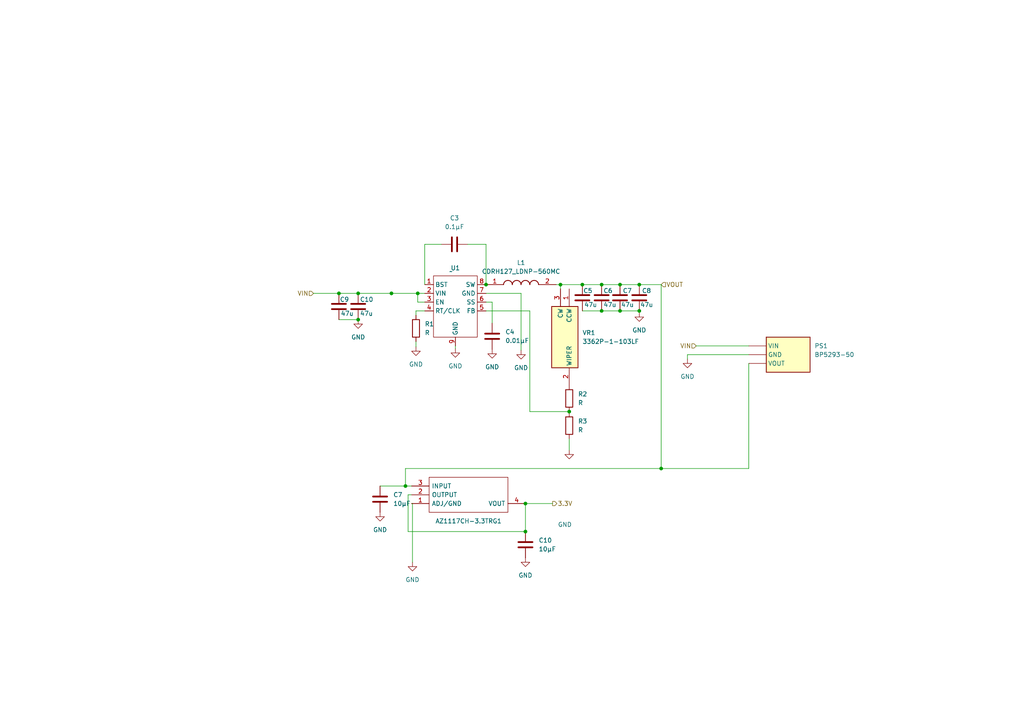
<source format=kicad_sch>
(kicad_sch (version 20230121) (generator eeschema)
  (paper "A4")
  (lib_symbols
    (symbol "3362P-1-103LF:3362P-1-103LF"
      (property "Reference" "VR" (at 24.13 7.62 0))
      (property "Value" "3362P-1-103LF" (at 24.13 5.08 0))
      (symbol "3362P-1-103LF_1_1"
        (rectangle (start 5.08 2.54) (end 22.86 -5.08) (stroke (width 0.254)) (fill (type background)))
        (pin passive line (at 0 0 0) (length 5.08) (name "CCW") (number "1"))
        (pin passive line (at 27.94 0 180) (length 5.08) (name "WIPER") (number "2"))
        (pin passive line (at 0 -2.54 0) (length 5.08) (name "CW") (number "3"))
      )
    )
    (symbol "AP64502:AP64502"
      (property "Reference" "U" (at -2.54 7.62 0))
      (symbol "AP64502_0_1"
        (rectangle (start -6.35 6.35) (end 6.35 -11.43))
      )
      (symbol "AP64502_1_1"
        (pin input line (at -8.89 3.81 0) (length 2.54) (name "BST") (number "1"))
        (pin input line (at -8.89 1.27 0) (length 2.54) (name "VIN") (number "2"))
        (pin input line (at -8.89 -1.27 0) (length 2.54) (name "EN") (number "3"))
        (pin input line (at -8.89 -3.81 0) (length 2.54) (name "RT/CLK") (number "4"))
        (pin input line (at 8.89 -3.81 180) (length 2.54) (name "FB") (number "5"))
        (pin input line (at 8.89 -1.27 180) (length 2.54) (name "SS") (number "6"))
        (pin input line (at 8.89 1.27 180) (length 2.54) (name "GND") (number "7"))
        (pin input line (at 8.89 3.81 180) (length 2.54) (name "SW") (number "8"))
        (pin input line (at 0 -13.97 90) (length 2.54) (name "GND") (number "9"))
      )
    )
    (symbol "BP5293-50:BP5293-50" (pin_numbers hide)
      (property "Reference" "PS" (at 19.05 7.62 0))
      (property "Value" "BP5293-50" (at 19.05 5.08 0))
      (property "Datasheet" "https://componentsearchengine.com/Datasheets/1/BP5293-50.pdf" (at 19.05 -194.92 0))
      (symbol "BP5293-50_1_1"
        (rectangle (start 5.08 2.54) (end 17.78 -7.62) (stroke (width 0.254)) (fill (type background)))
        (pin passive line (at 0 0 0) (length 5.08) (name "VIN") (number "1"))
        (pin passive line (at 0 -2.54 0) (length 5.08) (name "GND") (number "2"))
        (pin passive line (at 0 -5.08 0) (length 5.08) (name "VOUT") (number "3"))
      )
    )
    (symbol "CDRH127_LDNP-560MC:CDRH127_LDNP-560MC" (pin_names hide)
      (property "Reference" "L" (at 16.51 6.35 0))
      (property "Value" "CDRH127_LDNP-560MC" (at 16.51 3.81 0))
      (symbol "CDRH127_LDNP-560MC_1_1"
        (arc (start 7.62 0) (mid 6.35 1.219) (end 5.08 0) (stroke (width 0.254)))
        (arc (start 10.16 0) (mid 8.89 1.219) (end 7.62 0) (stroke (width 0.254)))
        (arc (start 12.7 0) (mid 11.43 1.219) (end 10.16 0) (stroke (width 0.254)))
        (arc (start 15.24 0) (mid 13.97 1.219) (end 12.7 0) (stroke (width 0.254)))
        (pin passive line (at 0 0 0) (length 5.08) (name "1") (number "1"))
        (pin passive line (at 20.32 0 180) (length 5.08) (name "2") (number "2"))
      )
    )
    (symbol "Device:C" (pin_numbers hide) (pin_names (offset 0.254))
      (property "Reference" "C" (at 0.635 2.54 0))
      (property "Value" "C" (at 0.635 -2.54 0))
      (symbol "C_0_1"
        (polyline (pts (xy -2.032 -0.762) (xy 2.032 -0.762)) (stroke (width 0.508)))
        (polyline (pts (xy -2.032 0.762) (xy 2.032 0.762)) (stroke (width 0.508)))
      )
      (symbol "C_1_1"
        (pin passive line (at 0 3.81 270) (length 2.794) (name "~") (number "1"))
        (pin passive line (at 0 -3.81 90) (length 2.794) (name "~") (number "2"))
      )
    )
    (symbol "Device:R" (pin_numbers hide) (pin_names (offset 0))
      (property "Reference" "R" (at 2.032 0 90))
      (property "Value" "R" (at 0 0 90))
      (symbol "R_0_1"
        (rectangle (start -1.016 -2.54) (end 1.016 2.54) (stroke (width 0.254)))
      )
      (symbol "R_1_1"
        (pin passive line (at 0 3.81 270) (length 1.27) (name "~") (number "1"))
        (pin passive line (at 0 -3.81 90) (length 1.27) (name "~") (number "2"))
      )
    )
    (symbol "GND_1" (power) (pin_names (offset 0))
      (property "Value" "GND_1" (at 0 -3.81 0))
      (symbol "GND_1_0_1"
        (polyline (pts (xy 0 0) (xy 0 -1.27) (xy 1.27 -1.27) (xy 0 -2.54) (xy -1.27 -1.27) (xy 0 -1.27)))
      )
      (symbol "GND_1_1_1"
        (pin power_in line (at 0 0 270) (length 0) hide (name "GND") (number "1"))
      )
    )
    (symbol "SamacSys_Parts:AZ1117CH-3.3TRG1" (pin_names (offset 0.762))
      (property "Reference" "IC" (at 29.21 7.62 0))
      (property "Value" "AZ1117CH-3.3TRG1" (at 29.21 5.08 0))
      (symbol "AZ1117CH-3.3TRG1_0_0"
        (pin passive line (at 0 0 0) (length 5.08) (name "ADJ/GND") (number "1"))
        (pin passive line (at 0 -2.54 0) (length 5.08) (name "OUTPUT") (number "2"))
        (pin passive line (at 0 -5.08 0) (length 5.08) (name "INPUT") (number "3"))
        (pin passive line (at 33.02 0 180) (length 5.08) (name "VOUT") (number "4"))
      )
      (symbol "AZ1117CH-3.3TRG1_0_1"
        (polyline (pts (xy 5.08 2.54) (xy 27.94 2.54) (xy 27.94 -7.62) (xy 5.08 -7.62) (xy 5.08 2.54)) (stroke (width 0.1524)))
      )
    )
  )
  (junction (at 191.77 135.89))
  (junction (at 185.42 90.17))
  (junction (at 152.4 146.05))
  (junction (at 152.4 154.178))
  (junction (at 121.158 85.09))
  (junction (at 168.91 82.55))
  (junction (at 103.886 92.71))
  (junction (at 165.1 119.38))
  (junction (at 98.298 85.09))
  (junction (at 162.56 82.55))
  (junction (at 117.602 140.97))
  (junction (at 174.498 90.17))
  (junction (at 174.498 82.55))
  (junction (at 113.538 85.09))
  (junction (at 140.97 82.55))
  (junction (at 103.886 85.09))
  (junction (at 185.42 82.55))
  (junction (at 179.832 82.55))
  (junction (at 179.832 90.17))
  (wire (pts (xy 140.97 85.09) (xy 151.13 85.09)))
  (wire (pts (xy 168.91 90.17) (xy 174.498 90.17)))
  (wire (pts (xy 113.538 85.598) (xy 113.538 85.09)))
  (wire (pts (xy 121.158 85.09) (xy 123.19 85.09)))
  (wire (pts (xy 98.298 92.71) (xy 103.886 92.71)))
  (wire (pts (xy 165.1 130.556) (xy 165.1 127.254)))
  (wire (pts (xy 151.13 85.09) (xy 151.13 101.6)))
  (wire (pts (xy 152.4 154.178) (xy 118.364 154.178)))
  (wire (pts (xy 153.67 119.38) (xy 165.1 119.38)))
  (wire (pts (xy 185.42 82.55) (xy 191.77 82.55)))
  (wire (pts (xy 185.42 90.678) (xy 185.42 90.17)))
  (wire (pts (xy 160.274 146.05) (xy 152.4 146.05)))
  (wire (pts (xy 191.77 82.55) (xy 191.77 135.89)))
  (wire (pts (xy 119.634 146.05) (xy 119.38 146.05)))
  (wire (pts (xy 132.08 101.092) (xy 132.08 100.33)))
  (wire (pts (xy 174.498 90.17) (xy 179.832 90.17)))
  (wire (pts (xy 161.29 82.55) (xy 162.56 82.55)))
  (wire (pts (xy 118.364 154.178) (xy 118.364 143.51)))
  (wire (pts (xy 119.634 163.068) (xy 119.634 146.05)))
  (wire (pts (xy 165.1 119.38) (xy 165.1 119.634)))
  (wire (pts (xy 201.93 100.33) (xy 217.17 100.33)))
  (wire (pts (xy 103.886 85.09) (xy 113.538 85.09)))
  (wire (pts (xy 121.158 87.63) (xy 121.158 85.09)))
  (wire (pts (xy 179.832 82.55) (xy 174.498 82.55)))
  (wire (pts (xy 153.67 90.17) (xy 140.97 90.17)))
  (wire (pts (xy 120.65 90.17) (xy 123.19 90.17)))
  (wire (pts (xy 179.832 90.17) (xy 185.42 90.17)))
  (wire (pts (xy 179.832 82.55) (xy 185.42 82.55)))
  (wire (pts (xy 140.97 70.866) (xy 135.636 70.866)))
  (wire (pts (xy 217.17 135.89) (xy 217.17 105.41)))
  (wire (pts (xy 110.236 140.97) (xy 117.602 140.97)))
  (wire (pts (xy 117.602 135.89) (xy 191.77 135.89)))
  (wire (pts (xy 142.748 87.63) (xy 140.97 87.63)))
  (wire (pts (xy 117.602 135.89) (xy 117.602 140.97)))
  (wire (pts (xy 118.364 143.51) (xy 119.38 143.51)))
  (wire (pts (xy 113.538 85.09) (xy 121.158 85.09)))
  (wire (pts (xy 191.77 135.89) (xy 217.17 135.89)))
  (wire (pts (xy 142.748 93.726) (xy 142.748 87.63)))
  (wire (pts (xy 123.19 70.866) (xy 128.016 70.866)))
  (wire (pts (xy 123.19 82.55) (xy 123.19 70.866)))
  (wire (pts (xy 199.39 104.14) (xy 199.39 102.87)))
  (wire (pts (xy 120.65 91.44) (xy 120.65 90.17)))
  (wire (pts (xy 162.56 82.55) (xy 162.56 83.82)))
  (wire (pts (xy 98.298 85.09) (xy 103.886 85.09)))
  (wire (pts (xy 152.4 146.05) (xy 152.4 154.178)))
  (wire (pts (xy 90.932 85.09) (xy 98.298 85.09)))
  (wire (pts (xy 168.91 82.55) (xy 174.498 82.55)))
  (wire (pts (xy 140.97 82.55) (xy 140.97 70.866)))
  (wire (pts (xy 123.19 87.63) (xy 121.158 87.63)))
  (wire (pts (xy 153.67 119.38) (xy 153.67 90.17)))
  (wire (pts (xy 120.65 100.584) (xy 120.65 99.06)))
  (wire (pts (xy 162.56 82.55) (xy 168.91 82.55)))
  (wire (pts (xy 199.39 102.87) (xy 217.17 102.87)))
  (wire (pts (xy 117.602 140.97) (xy 119.38 140.97)))
  (hierarchical_label "VOUT" (shape input) (at 191.77 82.55 0))
  (hierarchical_label "VIN" (shape input) (at 201.93 100.33 180))
  (hierarchical_label "VIN" (shape input) (at 90.932 85.09 180))
  (hierarchical_label "3.3V" (shape output) (at 160.274 146.05 0))
  (symbol (lib_name "GND_1") (lib_id "power:GND") (at 132.08 101.092 0) (unit 1)
    (property "Reference" "#PWR08" (effects hide))
    (property "Value" "GND" (at 132.08 106.172 0))
    (instances (project "mainboard2" (path "" (reference "#PWR08") (unit 1)) (path "" (reference "#PWR046") (unit 1))))
  )
  (symbol (lib_id "Device:C") (at 174.498 86.36 0) (unit 1)
    (property "Reference" "C6" (at 175.006 84.328 0) (effects (justify left)))
    (property "Value" "47u" (at 175.006 88.392 0) (effects (justify left)))
    (property "Footprint" "Capacitor_SMD:C_1210_3225Metric_Pad1.33x2.70mm_HandSolder" (effects hide))
    (instances (project "mainboard2" (path "" (reference "C6") (unit 1)) (path "" (reference "C12") (unit 1))))
  )
  (symbol (lib_id "SamacSys_Parts:AZ1117CH-3.3TRG1") (at 119.38 146.05 0) (mirror x) (unit 1)
    (property "Reference" "IC1" (effects hide))
    (property "Value" "AZ1117CH-3.3TRG1" (at 135.89 151.13 0))
    (property "Footprint" "Library:SOT230P700X180-4N" (effects hide))
    (property "Datasheet" "http://uk.rs-online.com/web/p/products/9210679P" (effects hide))
    (property "Description" "1.35A 3.3V LDO Reg. Current Limit SOT223 DiodesZetex AZ1117CH-3.3TRG1, LDO Voltage Regulator, 0.8A, 3.3 V +/-1%, maximum of 15 Vin, 3-Pin SOT-223" (effects hide))
    (property "Height" "1.8" (effects hide))
    (property "RS Part Number" "9210679P" (effects hide))
    (property "RS Price/Stock" "http://uk.rs-online.com/web/p/products/9210679P" (effects hide))
    (property "Manufacturer_Name" "Diodes Inc." (effects hide))
    (property "Manufacturer_Part_Number" "AZ1117CH-3.3TRG1" (effects hide))
    (property "Allied_Number" "70551070" (effects hide))
    (instances (project "mainboard2" (path "" (reference "IC1") (unit 1))) (project "motordriver_board" (path "" (reference "IC1") (unit 1))) (project "30A_マイコンカード" (path "" (reference "IC2") (unit 1))))
  )
  (symbol (lib_id "Device:C") (at 152.4 157.988 0) (unit 1)
    (property "Reference" "C10" (at 156.21 156.718 0) (effects (justify left)))
    (property "Value" "10µF " (at 156.21 159.258 0) (effects (justify left)))
    (property "Footprint" "Capacitor_SMD:C_0805_2012Metric_Pad1.18x1.45mm_HandSolder" (effects hide))
    (instances (project "mainboard2" (path "" (reference "C10") (unit 1))) (project "motordriver_board" (path "" (reference "C10") (unit 1))) (project "mainboard" (path "" (reference "C?") (unit 1))))
  )
  (symbol (lib_name "GND_1") (lib_id "power:GND") (at 151.13 101.6 0) (unit 1)
    (property "Reference" "#PWR012" (effects hide))
    (property "Value" "GND" (at 151.13 106.68 0))
    (instances (project "mainboard2" (path "" (reference "#PWR012") (unit 1)) (path "" (reference "#PWR048") (unit 1))))
  )
  (symbol (lib_name "GND_1") (lib_id "power:GND") (at 199.39 104.14 0) (unit 1)
    (property "Reference" "#PWR07" (effects hide))
    (property "Value" "GND" (at 199.39 109.22 0))
    (instances (project "mainboard2" (path "" (reference "#PWR07") (unit 1)) (path "" (reference "#PWR052") (unit 1))))
  )
  (symbol (lib_id "Device:C") (at 168.91 86.36 0) (unit 1)
    (property "Reference" "C5" (at 169.164 84.328 0) (effects (justify left)))
    (property "Value" "47u" (at 169.418 88.392 0) (effects (justify left)))
    (property "Footprint" "Capacitor_SMD:C_1210_3225Metric_Pad1.33x2.70mm_HandSolder" (effects hide))
    (instances (project "mainboard2" (path "" (reference "C5") (unit 1)) (path "" (reference "C11") (unit 1))))
  )
  (symbol (lib_name "GND_1") (lib_id "power:GND") (at 103.886 92.71 0) (unit 1)
    (property "Reference" "#PWR07" (effects hide))
    (property "Value" "GND" (at 103.886 97.79 0))
    (instances (project "mainboard2" (path "" (reference "#PWR07") (unit 1)) (path "" (reference "#PWR042") (unit 1))))
  )
  (symbol (lib_id "Device:C") (at 103.886 88.9 0) (unit 1)
    (property "Reference" "C10" (at 104.394 86.868 0) (effects (justify left)))
    (property "Value" "47u" (at 104.394 90.932 0) (effects (justify left)))
    (property "Footprint" "Capacitor_SMD:C_0805_2012Metric_Pad1.18x1.45mm_HandSolder" (effects hide))
    (instances (project "mainboard2" (path "" (reference "C10") (unit 1)) (path "" (reference "C6") (unit 1))))
  )
  (symbol (lib_name "GND_1") (lib_id "power:GND") (at 185.42 90.678 0) (unit 1)
    (property "Reference" "#PWR014" (effects hide))
    (property "Value" "GND" (at 185.42 95.758 0))
    (instances (project "mainboard2" (path "" (reference "#PWR014") (unit 1)) (path "" (reference "#PWR051") (unit 1))))
  )
  (symbol (lib_name "GND_1") (lib_id "power:GND") (at 120.65 100.584 0) (unit 1)
    (property "Reference" "#PWR09" (effects hide))
    (property "Value" "GND" (at 120.65 105.664 0))
    (instances (project "mainboard2" (path "" (reference "#PWR09") (unit 1)) (path "" (reference "#PWR045") (unit 1))))
  )
  (symbol (lib_id "CDRH127_LDNP-560MC:CDRH127_LDNP-560MC") (at 140.97 82.55 0) (unit 1)
    (property "Reference" "L1" (at 151.13 76.2 0))
    (property "Value" "CDRH127_LDNP-560MC" (at 151.13 78.74 0))
    (property "Footprint" "Library:INDPM7066X300N" (effects hide))
    (property "Datasheet" "https://www.arrow.com/en/products/cdrh127ldnp-560mc/sumida" (effects hide))
    (property "Height" "8" (effects hide))
    (property "Mouser Part Number" "851-CDRH127LDNP560MC" (effects hide))
    (property "Mouser Price/Stock" "https://www.mouser.co.uk/ProductDetail/Sumida/CDRH127-LDNP-560MC?qs=IXCoV6m%252B579ap3iATSRauQ%3D%3D" (effects hide))
    (property "Manufacturer_Name" "Sumida" (effects hide))
    (property "Manufacturer_Part_Number" "CDRH127/LDNP-560MC" (effects hide))
  )
  (symbol (lib_id "Device:R") (at 120.65 95.25 0) (unit 1)
    (property "Reference" "R1" (at 123.19 93.98 0) (effects (justify left)))
    (property "Value" "R" (at 123.19 96.52 0) (effects (justify left)))
    (property "Footprint" "Resistor_SMD:R_0603_1608Metric_Pad0.98x0.95mm_HandSolder" (effects hide))
    (instances (project "mainboard2" (path "" (reference "R1") (unit 1)) (path "" (reference "R9") (unit 1))))
  )
  (symbol (lib_name "GND_1") (lib_id "power:GND") (at 119.634 163.068 0) (unit 1)
    (property "Reference" "#PWR011" (effects hide))
    (property "Value" "GND" (at 119.634 168.148 0))
    (instances (project "mainboard2" (path "" (reference "#PWR011") (unit 1)) (path "" (reference "#PWR044") (unit 1))))
  )
  (symbol (lib_id "Device:R") (at 165.1 115.57 0) (unit 1)
    (property "Reference" "R2" (at 167.64 114.3 0) (effects (justify left)))
    (property "Value" "R" (at 167.64 116.84 0) (effects (justify left)))
    (property "Footprint" "Resistor_SMD:R_0603_1608Metric_Pad0.98x0.95mm_HandSolder" (effects hide))
    (instances (project "mainboard2" (path "" (reference "R2") (unit 1)) (path "" (reference "R10") (unit 1))))
  )
  (symbol (lib_id "Device:C") (at 142.748 97.536 0) (unit 1)
    (property "Reference" "C4" (at 146.558 96.266 0) (effects (justify left)))
    (property "Value" "0.01μF" (at 146.558 98.806 0) (effects (justify left)))
    (property "Footprint" "Capacitor_SMD:C_0603_1608Metric_Pad1.08x0.95mm_HandSolder" (effects hide))
    (instances (project "mainboard2" (path "" (reference "C4") (unit 1)) (path "" (reference "C9") (unit 1))))
  )
  (symbol (lib_id "3362P-1-103LF:3362P-1-103LF") (at 165.1 83.82 270) (unit 1)
    (property "Reference" "VR1" (at 168.91 96.52 90) (effects (justify left)))
    (property "Value" "3362P-1-103LF" (at 168.91 99.06 90) (effects (justify left)))
    (property "Footprint" "Library:3362P_1" (effects hide))
    (property "Datasheet" "https://datasheet.datasheetarchive.com/originals/distributors/SFDatasheet-6/sf-000139931.pdf" (effects hide))
    (property "Mouser Part Number" "652-3362P-1-103LF" (effects hide))
    (property "Mouser Price/Stock" "https://www.mouser.co.uk/ProductDetail/Bourns/3362P-1-103LF?qs=tS7CBNq%252BQ07BavGNEQud%252BA%3D%3D" (effects hide))
    (property "Manufacturer_Name" "Bourns" (effects hide))
    (property "Manufacturer_Part_Number" "3362P-1-103LF" (effects hide))
  )
  (symbol (lib_id "Device:C") (at 185.42 86.36 0) (unit 1)
    (property "Reference" "C8" (at 186.182 84.328 0) (effects (justify left)))
    (property "Value" "47u" (at 185.674 88.392 0) (effects (justify left)))
    (property "Footprint" "Capacitor_SMD:C_1210_3225Metric_Pad1.33x2.70mm_HandSolder" (effects hide))
    (instances (project "mainboard2" (path "" (reference "C8") (unit 1)) (path "" (reference "C14") (unit 1))))
  )
  (symbol (lib_id "Device:R") (at 165.1 123.444 0) (unit 1)
    (property "Reference" "R3" (at 167.64 122.174 0) (effects (justify left)))
    (property "Value" "R" (at 167.64 124.714 0) (effects (justify left)))
    (property "Footprint" "Resistor_SMD:R_0603_1608Metric_Pad0.98x0.95mm_HandSolder" (effects hide))
    (instances (project "mainboard2" (path "" (reference "R3") (unit 1)) (path "" (reference "R11") (unit 1))))
  )
  (symbol (lib_name "GND_1") (lib_id "power:GND") (at 165.1 130.556 0) (unit 1)
    (property "Reference" "#PWR010" (effects hide))
    (property "Value" "GND" (at 163.83 152.146 0))
    (instances (project "mainboard2" (path "" (reference "#PWR010") (unit 1)) (path "" (reference "#PWR050") (unit 1))))
  )
  (symbol (lib_id "AP64502:AP64502") (at 132.08 86.36 0) (unit 1)
    (property "Reference" "U1" (at 132.08 77.724 0))
    (property "Value" "~" (at 130.81 78.74 0))
    (property "Footprint" "Package_SO:SOIC-8-1EP_3.9x4.9mm_P1.27mm_EP2.95x4.9mm_Mask2.71x3.4mm" (effects hide))
    (instances (project "mainboard2" (path "" (reference "U1") (unit 1)) (path "" (reference "U4") (unit 1))))
  )
  (symbol (lib_id "Device:C") (at 110.236 144.78 0) (unit 1)
    (property "Reference" "C7" (at 114.046 143.51 0) (effects (justify left)))
    (property "Value" "10µF " (at 114.046 146.05 0) (effects (justify left)))
    (property "Footprint" "Capacitor_SMD:C_0805_2012Metric_Pad1.18x1.45mm_HandSolder" (effects hide))
    (instances (project "mainboard2" (path "" (reference "C7") (unit 1))) (project "motordriver_board" (path "" (reference "C10") (unit 1))) (project "mainboard" (path "" (reference "C?") (unit 1))))
  )
  (symbol (lib_name "GND_1") (lib_id "power:GND") (at 110.236 148.59 0) (unit 1)
    (property "Reference" "#PWR011" (effects hide))
    (property "Value" "GND" (at 110.236 153.67 0))
    (instances (project "mainboard2" (path "" (reference "#PWR011") (unit 1)) (path "" (reference "#PWR043") (unit 1))))
  )
  (symbol (lib_id "Device:C") (at 179.832 86.36 0) (unit 1)
    (property "Reference" "C7" (at 180.594 84.328 0) (effects (justify left)))
    (property "Value" "47u" (at 180.086 88.392 0) (effects (justify left)))
    (property "Footprint" "Capacitor_SMD:C_1210_3225Metric_Pad1.33x2.70mm_HandSolder" (effects hide))
    (instances (project "mainboard2" (path "" (reference "C7") (unit 1)) (path "" (reference "C13") (unit 1))))
  )
  (symbol (lib_name "GND_1") (lib_id "power:GND") (at 142.748 101.346 0) (unit 1)
    (property "Reference" "#PWR011" (effects hide))
    (property "Value" "GND" (at 142.748 106.426 0))
    (instances (project "mainboard2" (path "" (reference "#PWR011") (unit 1)) (path "" (reference "#PWR047") (unit 1))))
  )
  (symbol (lib_name "GND_1") (lib_id "power:GND") (at 152.4 161.798 0) (unit 1)
    (property "Reference" "#PWR011" (effects hide))
    (property "Value" "GND" (at 152.4 166.878 0))
    (instances (project "mainboard2" (path "" (reference "#PWR011") (unit 1)) (path "" (reference "#PWR049") (unit 1))))
  )
  (symbol (lib_id "BP5293-50:BP5293-50") (at 217.17 100.33 0) (unit 1)
    (property "Reference" "PS1" (at 236.22 100.33 0) (effects (justify left)))
    (property "Value" "BP5293-50" (at 236.22 102.87 0) (effects (justify left)))
    (property "Footprint" "Library:TO254P570X1700X1780-3P" (effects hide))
    (property "Datasheet" "https://componentsearchengine.com/Datasheets/1/BP5293-50.pdf" (effects hide))
    (property "Height" "5.7" (effects hide))
    (property "Manufacturer_Name" "ROHM Semiconductor" (effects hide))
    (property "Manufacturer_Part_Number" "BP5293-50" (effects hide))
  )
  (symbol (lib_id "Device:C") (at 131.826 70.866 90) (unit 1)
    (property "Reference" "C3" (at 131.826 63.246 90))
    (property "Value" "0.1μF" (at 131.826 65.786 90))
    (property "Footprint" "Capacitor_SMD:C_0603_1608Metric_Pad1.08x0.95mm_HandSolder" (effects hide))
    (instances (project "mainboard2" (path "" (reference "C3") (unit 1)) (path "" (reference "C8") (unit 1))))
  )
  (symbol (lib_id "Device:C") (at 98.298 88.9 0) (unit 1)
    (property "Reference" "C9" (at 98.552 86.868 0) (effects (justify left)))
    (property "Value" "47u" (at 98.806 90.932 0) (effects (justify left)))
    (property "Footprint" "Capacitor_SMD:C_0805_2012Metric_Pad1.18x1.45mm_HandSolder" (effects hide))
    (instances (project "mainboard2" (path "" (reference "C9") (unit 1)) (path "" (reference "C5") (unit 1))))
  )
)
</source>
